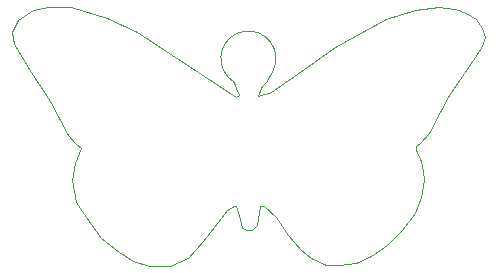
<source format=gbr>
G04 #@! TF.GenerationSoftware,KiCad,Pcbnew,(5.1.5)-3*
G04 #@! TF.CreationDate,2020-05-15T21:02:07+03:00*
G04 #@! TF.ProjectId,ButterflyJewel,42757474-6572-4666-9c79-4a6577656c2e,rev?*
G04 #@! TF.SameCoordinates,Original*
G04 #@! TF.FileFunction,Profile,NP*
%FSLAX46Y46*%
G04 Gerber Fmt 4.6, Leading zero omitted, Abs format (unit mm)*
G04 Created by KiCad (PCBNEW (5.1.5)-3) date 2020-05-15 21:02:07*
%MOMM*%
%LPD*%
G04 APERTURE LIST*
%ADD10C,0.050000*%
G04 APERTURE END LIST*
D10*
X194183000Y-45466000D02*
X194818000Y-45148500D01*
X194881500Y-34925000D02*
X194945000Y-35115500D01*
X194691000Y-34544000D02*
X194881500Y-34925000D01*
X194328659Y-34235087D02*
X194691000Y-34544000D01*
X197167500Y-34988500D02*
X197104000Y-35115500D01*
X197485000Y-34671000D02*
X197167500Y-34988500D01*
X198119999Y-33654999D02*
X197485000Y-34671000D01*
X194328659Y-34235087D02*
G75*
G02X198119999Y-33654999I1695841J1596087D01*
G01*
X195199000Y-35750500D02*
X194945000Y-35115500D01*
X195008500Y-35877500D02*
X195199000Y-35750500D01*
X196850000Y-35814000D02*
X197104000Y-35115500D01*
X197929500Y-35496500D02*
X196850000Y-35814000D01*
X200977500Y-33337500D02*
X197929500Y-35496500D01*
X203390500Y-31686500D02*
X200977500Y-33337500D01*
X205803500Y-30289500D02*
X203390500Y-31686500D01*
X207708500Y-29337000D02*
X205803500Y-30289500D01*
X210121500Y-28575000D02*
X207708500Y-29337000D01*
X212153500Y-28321000D02*
X210121500Y-28575000D01*
X213487000Y-28448000D02*
X212153500Y-28321000D01*
X214439500Y-28765500D02*
X213487000Y-28448000D01*
X215328500Y-29337000D02*
X214439500Y-28765500D01*
X215836500Y-30099000D02*
X215328500Y-29337000D01*
X216027000Y-30861000D02*
X215836500Y-30099000D01*
X215836500Y-31623000D02*
X216027000Y-30861000D01*
X215201500Y-32512000D02*
X215836500Y-31623000D01*
X214122000Y-34099500D02*
X215201500Y-32512000D01*
X213042500Y-35750500D02*
X214122000Y-34099500D01*
X212344000Y-37020500D02*
X213042500Y-35750500D01*
X211328000Y-38925500D02*
X212344000Y-37020500D01*
X210566000Y-39814500D02*
X211328000Y-38925500D01*
X210185000Y-40068500D02*
X210566000Y-39814500D01*
X210185000Y-40386000D02*
X210185000Y-40068500D01*
X210629500Y-41338500D02*
X210185000Y-40386000D01*
X210820000Y-42164000D02*
X210629500Y-41338500D01*
X210883500Y-42926000D02*
X210820000Y-42164000D01*
X210629500Y-44386500D02*
X210883500Y-42926000D01*
X210121500Y-45720000D02*
X210629500Y-44386500D01*
X209042000Y-47180500D02*
X210121500Y-45720000D01*
X207772000Y-48450500D02*
X209042000Y-47180500D01*
X206375000Y-49403000D02*
X207772000Y-48450500D01*
X205105000Y-49974500D02*
X206375000Y-49403000D01*
X203708000Y-50165000D02*
X205105000Y-49974500D01*
X202565000Y-50101500D02*
X203708000Y-50165000D01*
X201295000Y-49530000D02*
X202565000Y-50101500D01*
X200469500Y-48831500D02*
X201295000Y-49530000D01*
X199390000Y-47561500D02*
X200469500Y-48831500D01*
X198374000Y-46037500D02*
X199390000Y-47561500D01*
X197358000Y-45148500D02*
X198374000Y-46037500D01*
X196977000Y-45148500D02*
X197358000Y-45148500D01*
X196723000Y-46736000D02*
X196977000Y-45148500D01*
X196342000Y-47180500D02*
X196723000Y-46736000D01*
X195897500Y-47180500D02*
X196342000Y-47180500D01*
X195516500Y-46990000D02*
X195897500Y-47180500D01*
X195199000Y-45910500D02*
X195516500Y-46990000D01*
X195008500Y-45148500D02*
X195199000Y-45910500D01*
X194818000Y-45148500D02*
X195008500Y-45148500D01*
X193675000Y-46164500D02*
X194183000Y-45466000D01*
X192214500Y-48133000D02*
X193675000Y-46164500D01*
X190881000Y-49530000D02*
X192214500Y-48133000D01*
X189357000Y-50228500D02*
X190881000Y-49530000D01*
X187642500Y-50228500D02*
X189357000Y-50228500D01*
X186245500Y-49784000D02*
X187642500Y-50228500D01*
X185039000Y-49022000D02*
X186245500Y-49784000D01*
X183515000Y-47815500D02*
X185039000Y-49022000D01*
X182245000Y-46101000D02*
X183515000Y-47815500D01*
X181419500Y-44767500D02*
X182245000Y-46101000D01*
X181102000Y-42926000D02*
X181419500Y-44767500D01*
X181356000Y-41529000D02*
X181102000Y-42926000D01*
X181864000Y-40195500D02*
X181356000Y-41529000D01*
X181419500Y-39878000D02*
X181864000Y-40195500D01*
X180784500Y-39116000D02*
X181419500Y-39878000D01*
X179260500Y-36258500D02*
X180784500Y-39116000D01*
X177609500Y-33782000D02*
X179260500Y-36258500D01*
X176149000Y-31432500D02*
X177609500Y-33782000D01*
X176022000Y-30416500D02*
X176149000Y-31432500D01*
X176530000Y-29400500D02*
X176022000Y-30416500D01*
X177800000Y-28575000D02*
X176530000Y-29400500D01*
X179070000Y-28257500D02*
X177800000Y-28575000D01*
X180975000Y-28321000D02*
X179070000Y-28257500D01*
X184023000Y-29210000D02*
X180975000Y-28321000D01*
X186626500Y-30416500D02*
X184023000Y-29210000D01*
X195008500Y-35877500D02*
X186626500Y-30416500D01*
M02*

</source>
